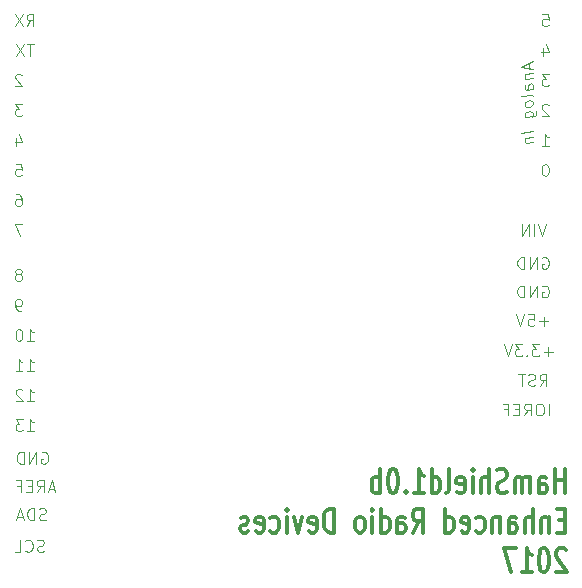
<source format=gbo>
G04 #@! TF.FileFunction,Legend,Bot*
%FSLAX46Y46*%
G04 Gerber Fmt 4.6, Leading zero omitted, Abs format (unit mm)*
G04 Created by KiCad (PCBNEW 4.0.6) date 10/15/17 15:06:52*
%MOMM*%
%LPD*%
G01*
G04 APERTURE LIST*
%ADD10C,0.150000*%
%ADD11C,0.304800*%
%ADD12C,0.125000*%
%ADD13C,1.950000*%
%ADD14R,1.977200X2.282000*%
%ADD15O,1.977200X2.282000*%
%ADD16R,1.950000X1.950000*%
%ADD17O,1.950000X1.950000*%
%ADD18C,2.129600*%
%ADD19C,3.750000*%
%ADD20R,2.250000X4.314000*%
G04 APERTURE END LIST*
D10*
D11*
X50637143Y14623562D02*
X50637143Y16655562D01*
X50637143Y15687943D02*
X49766286Y15687943D01*
X49766286Y14623562D02*
X49766286Y16655562D01*
X48387429Y14623562D02*
X48387429Y15687943D01*
X48460000Y15881467D01*
X48605143Y15978229D01*
X48895429Y15978229D01*
X49040572Y15881467D01*
X48387429Y14720324D02*
X48532572Y14623562D01*
X48895429Y14623562D01*
X49040572Y14720324D01*
X49113143Y14913848D01*
X49113143Y15107371D01*
X49040572Y15300895D01*
X48895429Y15397657D01*
X48532572Y15397657D01*
X48387429Y15494419D01*
X47661715Y14623562D02*
X47661715Y15978229D01*
X47661715Y15784705D02*
X47589143Y15881467D01*
X47444001Y15978229D01*
X47226286Y15978229D01*
X47081143Y15881467D01*
X47008572Y15687943D01*
X47008572Y14623562D01*
X47008572Y15687943D02*
X46936001Y15881467D01*
X46790858Y15978229D01*
X46573143Y15978229D01*
X46428001Y15881467D01*
X46355429Y15687943D01*
X46355429Y14623562D01*
X45702286Y14720324D02*
X45484572Y14623562D01*
X45121715Y14623562D01*
X44976572Y14720324D01*
X44904001Y14817086D01*
X44831429Y15010610D01*
X44831429Y15204133D01*
X44904001Y15397657D01*
X44976572Y15494419D01*
X45121715Y15591181D01*
X45412001Y15687943D01*
X45557143Y15784705D01*
X45629715Y15881467D01*
X45702286Y16074990D01*
X45702286Y16268514D01*
X45629715Y16462038D01*
X45557143Y16558800D01*
X45412001Y16655562D01*
X45049143Y16655562D01*
X44831429Y16558800D01*
X44178286Y14623562D02*
X44178286Y16655562D01*
X43525143Y14623562D02*
X43525143Y15687943D01*
X43597714Y15881467D01*
X43742857Y15978229D01*
X43960572Y15978229D01*
X44105714Y15881467D01*
X44178286Y15784705D01*
X42799429Y14623562D02*
X42799429Y15978229D01*
X42799429Y16655562D02*
X42872000Y16558800D01*
X42799429Y16462038D01*
X42726857Y16558800D01*
X42799429Y16655562D01*
X42799429Y16462038D01*
X41493143Y14720324D02*
X41638286Y14623562D01*
X41928572Y14623562D01*
X42073715Y14720324D01*
X42146286Y14913848D01*
X42146286Y15687943D01*
X42073715Y15881467D01*
X41928572Y15978229D01*
X41638286Y15978229D01*
X41493143Y15881467D01*
X41420572Y15687943D01*
X41420572Y15494419D01*
X42146286Y15300895D01*
X40549715Y14623562D02*
X40694857Y14720324D01*
X40767429Y14913848D01*
X40767429Y16655562D01*
X39316000Y14623562D02*
X39316000Y16655562D01*
X39316000Y14720324D02*
X39461143Y14623562D01*
X39751429Y14623562D01*
X39896571Y14720324D01*
X39969143Y14817086D01*
X40041714Y15010610D01*
X40041714Y15591181D01*
X39969143Y15784705D01*
X39896571Y15881467D01*
X39751429Y15978229D01*
X39461143Y15978229D01*
X39316000Y15881467D01*
X37792000Y14623562D02*
X38662857Y14623562D01*
X38227429Y14623562D02*
X38227429Y16655562D01*
X38372572Y16365276D01*
X38517714Y16171752D01*
X38662857Y16074990D01*
X37138857Y14817086D02*
X37066285Y14720324D01*
X37138857Y14623562D01*
X37211428Y14720324D01*
X37138857Y14817086D01*
X37138857Y14623562D01*
X36122857Y16655562D02*
X35977714Y16655562D01*
X35832571Y16558800D01*
X35760000Y16462038D01*
X35687429Y16268514D01*
X35614857Y15881467D01*
X35614857Y15397657D01*
X35687429Y15010610D01*
X35760000Y14817086D01*
X35832571Y14720324D01*
X35977714Y14623562D01*
X36122857Y14623562D01*
X36268000Y14720324D01*
X36340571Y14817086D01*
X36413143Y15010610D01*
X36485714Y15397657D01*
X36485714Y15881467D01*
X36413143Y16268514D01*
X36340571Y16462038D01*
X36268000Y16558800D01*
X36122857Y16655562D01*
X34961714Y14623562D02*
X34961714Y16655562D01*
X34961714Y15881467D02*
X34816571Y15978229D01*
X34526285Y15978229D01*
X34381142Y15881467D01*
X34308571Y15784705D01*
X34236000Y15591181D01*
X34236000Y15010610D01*
X34308571Y14817086D01*
X34381142Y14720324D01*
X34526285Y14623562D01*
X34816571Y14623562D01*
X34961714Y14720324D01*
X50637143Y12335143D02*
X50129143Y12335143D01*
X49911429Y11270762D02*
X50637143Y11270762D01*
X50637143Y13302762D01*
X49911429Y13302762D01*
X49258286Y12625429D02*
X49258286Y11270762D01*
X49258286Y12431905D02*
X49185714Y12528667D01*
X49040572Y12625429D01*
X48822857Y12625429D01*
X48677714Y12528667D01*
X48605143Y12335143D01*
X48605143Y11270762D01*
X47879429Y11270762D02*
X47879429Y13302762D01*
X47226286Y11270762D02*
X47226286Y12335143D01*
X47298857Y12528667D01*
X47444000Y12625429D01*
X47661715Y12625429D01*
X47806857Y12528667D01*
X47879429Y12431905D01*
X45847429Y11270762D02*
X45847429Y12335143D01*
X45920000Y12528667D01*
X46065143Y12625429D01*
X46355429Y12625429D01*
X46500572Y12528667D01*
X45847429Y11367524D02*
X45992572Y11270762D01*
X46355429Y11270762D01*
X46500572Y11367524D01*
X46573143Y11561048D01*
X46573143Y11754571D01*
X46500572Y11948095D01*
X46355429Y12044857D01*
X45992572Y12044857D01*
X45847429Y12141619D01*
X45121715Y12625429D02*
X45121715Y11270762D01*
X45121715Y12431905D02*
X45049143Y12528667D01*
X44904001Y12625429D01*
X44686286Y12625429D01*
X44541143Y12528667D01*
X44468572Y12335143D01*
X44468572Y11270762D01*
X43089715Y11367524D02*
X43234858Y11270762D01*
X43525144Y11270762D01*
X43670286Y11367524D01*
X43742858Y11464286D01*
X43815429Y11657810D01*
X43815429Y12238381D01*
X43742858Y12431905D01*
X43670286Y12528667D01*
X43525144Y12625429D01*
X43234858Y12625429D01*
X43089715Y12528667D01*
X41856000Y11367524D02*
X42001143Y11270762D01*
X42291429Y11270762D01*
X42436572Y11367524D01*
X42509143Y11561048D01*
X42509143Y12335143D01*
X42436572Y12528667D01*
X42291429Y12625429D01*
X42001143Y12625429D01*
X41856000Y12528667D01*
X41783429Y12335143D01*
X41783429Y12141619D01*
X42509143Y11948095D01*
X40477143Y11270762D02*
X40477143Y13302762D01*
X40477143Y11367524D02*
X40622286Y11270762D01*
X40912572Y11270762D01*
X41057714Y11367524D01*
X41130286Y11464286D01*
X41202857Y11657810D01*
X41202857Y12238381D01*
X41130286Y12431905D01*
X41057714Y12528667D01*
X40912572Y12625429D01*
X40622286Y12625429D01*
X40477143Y12528667D01*
X37719429Y11270762D02*
X38227429Y12238381D01*
X38590286Y11270762D02*
X38590286Y13302762D01*
X38009714Y13302762D01*
X37864572Y13206000D01*
X37792000Y13109238D01*
X37719429Y12915714D01*
X37719429Y12625429D01*
X37792000Y12431905D01*
X37864572Y12335143D01*
X38009714Y12238381D01*
X38590286Y12238381D01*
X36413143Y11270762D02*
X36413143Y12335143D01*
X36485714Y12528667D01*
X36630857Y12625429D01*
X36921143Y12625429D01*
X37066286Y12528667D01*
X36413143Y11367524D02*
X36558286Y11270762D01*
X36921143Y11270762D01*
X37066286Y11367524D01*
X37138857Y11561048D01*
X37138857Y11754571D01*
X37066286Y11948095D01*
X36921143Y12044857D01*
X36558286Y12044857D01*
X36413143Y12141619D01*
X35034286Y11270762D02*
X35034286Y13302762D01*
X35034286Y11367524D02*
X35179429Y11270762D01*
X35469715Y11270762D01*
X35614857Y11367524D01*
X35687429Y11464286D01*
X35760000Y11657810D01*
X35760000Y12238381D01*
X35687429Y12431905D01*
X35614857Y12528667D01*
X35469715Y12625429D01*
X35179429Y12625429D01*
X35034286Y12528667D01*
X34308572Y11270762D02*
X34308572Y12625429D01*
X34308572Y13302762D02*
X34381143Y13206000D01*
X34308572Y13109238D01*
X34236000Y13206000D01*
X34308572Y13302762D01*
X34308572Y13109238D01*
X33365144Y11270762D02*
X33510286Y11367524D01*
X33582858Y11464286D01*
X33655429Y11657810D01*
X33655429Y12238381D01*
X33582858Y12431905D01*
X33510286Y12528667D01*
X33365144Y12625429D01*
X33147429Y12625429D01*
X33002286Y12528667D01*
X32929715Y12431905D01*
X32857144Y12238381D01*
X32857144Y11657810D01*
X32929715Y11464286D01*
X33002286Y11367524D01*
X33147429Y11270762D01*
X33365144Y11270762D01*
X31042858Y11270762D02*
X31042858Y13302762D01*
X30680001Y13302762D01*
X30462286Y13206000D01*
X30317144Y13012476D01*
X30244572Y12818952D01*
X30172001Y12431905D01*
X30172001Y12141619D01*
X30244572Y11754571D01*
X30317144Y11561048D01*
X30462286Y11367524D01*
X30680001Y11270762D01*
X31042858Y11270762D01*
X28938286Y11367524D02*
X29083429Y11270762D01*
X29373715Y11270762D01*
X29518858Y11367524D01*
X29591429Y11561048D01*
X29591429Y12335143D01*
X29518858Y12528667D01*
X29373715Y12625429D01*
X29083429Y12625429D01*
X28938286Y12528667D01*
X28865715Y12335143D01*
X28865715Y12141619D01*
X29591429Y11948095D01*
X28357715Y12625429D02*
X27994858Y11270762D01*
X27632000Y12625429D01*
X27051429Y11270762D02*
X27051429Y12625429D01*
X27051429Y13302762D02*
X27124000Y13206000D01*
X27051429Y13109238D01*
X26978857Y13206000D01*
X27051429Y13302762D01*
X27051429Y13109238D01*
X25672572Y11367524D02*
X25817715Y11270762D01*
X26108001Y11270762D01*
X26253143Y11367524D01*
X26325715Y11464286D01*
X26398286Y11657810D01*
X26398286Y12238381D01*
X26325715Y12431905D01*
X26253143Y12528667D01*
X26108001Y12625429D01*
X25817715Y12625429D01*
X25672572Y12528667D01*
X24438857Y11367524D02*
X24584000Y11270762D01*
X24874286Y11270762D01*
X25019429Y11367524D01*
X25092000Y11561048D01*
X25092000Y12335143D01*
X25019429Y12528667D01*
X24874286Y12625429D01*
X24584000Y12625429D01*
X24438857Y12528667D01*
X24366286Y12335143D01*
X24366286Y12141619D01*
X25092000Y11948095D01*
X23785714Y11367524D02*
X23640571Y11270762D01*
X23350286Y11270762D01*
X23205143Y11367524D01*
X23132571Y11561048D01*
X23132571Y11657810D01*
X23205143Y11851333D01*
X23350286Y11948095D01*
X23568000Y11948095D01*
X23713143Y12044857D01*
X23785714Y12238381D01*
X23785714Y12335143D01*
X23713143Y12528667D01*
X23568000Y12625429D01*
X23350286Y12625429D01*
X23205143Y12528667D01*
X50709714Y9756438D02*
X50637143Y9853200D01*
X50492000Y9949962D01*
X50129143Y9949962D01*
X49984000Y9853200D01*
X49911429Y9756438D01*
X49838857Y9562914D01*
X49838857Y9369390D01*
X49911429Y9079105D01*
X50782286Y7917962D01*
X49838857Y7917962D01*
X48895428Y9949962D02*
X48750285Y9949962D01*
X48605142Y9853200D01*
X48532571Y9756438D01*
X48460000Y9562914D01*
X48387428Y9175867D01*
X48387428Y8692057D01*
X48460000Y8305010D01*
X48532571Y8111486D01*
X48605142Y8014724D01*
X48750285Y7917962D01*
X48895428Y7917962D01*
X49040571Y8014724D01*
X49113142Y8111486D01*
X49185714Y8305010D01*
X49258285Y8692057D01*
X49258285Y9175867D01*
X49185714Y9562914D01*
X49113142Y9756438D01*
X49040571Y9853200D01*
X48895428Y9949962D01*
X46935999Y7917962D02*
X47806856Y7917962D01*
X47371428Y7917962D02*
X47371428Y9949962D01*
X47516571Y9659676D01*
X47661713Y9466152D01*
X47806856Y9369390D01*
X46427999Y9949962D02*
X45411999Y9949962D01*
X46065142Y7917962D01*
D12*
X49234762Y21187619D02*
X49234762Y22187619D01*
X48568096Y22187619D02*
X48377619Y22187619D01*
X48282381Y22140000D01*
X48187143Y22044762D01*
X48139524Y21854286D01*
X48139524Y21520952D01*
X48187143Y21330476D01*
X48282381Y21235238D01*
X48377619Y21187619D01*
X48568096Y21187619D01*
X48663334Y21235238D01*
X48758572Y21330476D01*
X48806191Y21520952D01*
X48806191Y21854286D01*
X48758572Y22044762D01*
X48663334Y22140000D01*
X48568096Y22187619D01*
X47139524Y21187619D02*
X47472858Y21663810D01*
X47710953Y21187619D02*
X47710953Y22187619D01*
X47330000Y22187619D01*
X47234762Y22140000D01*
X47187143Y22092381D01*
X47139524Y21997143D01*
X47139524Y21854286D01*
X47187143Y21759048D01*
X47234762Y21711429D01*
X47330000Y21663810D01*
X47710953Y21663810D01*
X46710953Y21711429D02*
X46377619Y21711429D01*
X46234762Y21187619D02*
X46710953Y21187619D01*
X46710953Y22187619D01*
X46234762Y22187619D01*
X45472857Y21711429D02*
X45806191Y21711429D01*
X45806191Y21187619D02*
X45806191Y22187619D01*
X45330000Y22187619D01*
X6500476Y9695238D02*
X6357619Y9647619D01*
X6119523Y9647619D01*
X6024285Y9695238D01*
X5976666Y9742857D01*
X5929047Y9838095D01*
X5929047Y9933333D01*
X5976666Y10028571D01*
X6024285Y10076190D01*
X6119523Y10123810D01*
X6310000Y10171429D01*
X6405238Y10219048D01*
X6452857Y10266667D01*
X6500476Y10361905D01*
X6500476Y10457143D01*
X6452857Y10552381D01*
X6405238Y10600000D01*
X6310000Y10647619D01*
X6071904Y10647619D01*
X5929047Y10600000D01*
X4929047Y9742857D02*
X4976666Y9695238D01*
X5119523Y9647619D01*
X5214761Y9647619D01*
X5357619Y9695238D01*
X5452857Y9790476D01*
X5500476Y9885714D01*
X5548095Y10076190D01*
X5548095Y10219048D01*
X5500476Y10409524D01*
X5452857Y10504762D01*
X5357619Y10600000D01*
X5214761Y10647619D01*
X5119523Y10647619D01*
X4976666Y10600000D01*
X4929047Y10552381D01*
X4024285Y9647619D02*
X4500476Y9647619D01*
X4500476Y10647619D01*
X6664286Y12375238D02*
X6521429Y12327619D01*
X6283333Y12327619D01*
X6188095Y12375238D01*
X6140476Y12422857D01*
X6092857Y12518095D01*
X6092857Y12613333D01*
X6140476Y12708571D01*
X6188095Y12756190D01*
X6283333Y12803810D01*
X6473810Y12851429D01*
X6569048Y12899048D01*
X6616667Y12946667D01*
X6664286Y13041905D01*
X6664286Y13137143D01*
X6616667Y13232381D01*
X6569048Y13280000D01*
X6473810Y13327619D01*
X6235714Y13327619D01*
X6092857Y13280000D01*
X5664286Y12327619D02*
X5664286Y13327619D01*
X5426191Y13327619D01*
X5283333Y13280000D01*
X5188095Y13184762D01*
X5140476Y13089524D01*
X5092857Y12899048D01*
X5092857Y12756190D01*
X5140476Y12565714D01*
X5188095Y12470476D01*
X5283333Y12375238D01*
X5426191Y12327619D01*
X5664286Y12327619D01*
X4711905Y12613333D02*
X4235714Y12613333D01*
X4807143Y12327619D02*
X4473810Y13327619D01*
X4140476Y12327619D01*
X48683604Y32140000D02*
X48778842Y32187619D01*
X48921699Y32187619D01*
X49064557Y32140000D01*
X49159795Y32044762D01*
X49207414Y31949524D01*
X49255033Y31759048D01*
X49255033Y31616190D01*
X49207414Y31425714D01*
X49159795Y31330476D01*
X49064557Y31235238D01*
X48921699Y31187619D01*
X48826461Y31187619D01*
X48683604Y31235238D01*
X48635985Y31282857D01*
X48635985Y31616190D01*
X48826461Y31616190D01*
X48207414Y31187619D02*
X48207414Y32187619D01*
X47635985Y31187619D01*
X47635985Y32187619D01*
X47159795Y31187619D02*
X47159795Y32187619D01*
X46921700Y32187619D01*
X46778842Y32140000D01*
X46683604Y32044762D01*
X46635985Y31949524D01*
X46588366Y31759048D01*
X46588366Y31616190D01*
X46635985Y31425714D01*
X46683604Y31330476D01*
X46778842Y31235238D01*
X46921700Y31187619D01*
X47159795Y31187619D01*
X48683604Y34540000D02*
X48778842Y34587619D01*
X48921699Y34587619D01*
X49064557Y34540000D01*
X49159795Y34444762D01*
X49207414Y34349524D01*
X49255033Y34159048D01*
X49255033Y34016190D01*
X49207414Y33825714D01*
X49159795Y33730476D01*
X49064557Y33635238D01*
X48921699Y33587619D01*
X48826461Y33587619D01*
X48683604Y33635238D01*
X48635985Y33682857D01*
X48635985Y34016190D01*
X48826461Y34016190D01*
X48207414Y33587619D02*
X48207414Y34587619D01*
X47635985Y33587619D01*
X47635985Y34587619D01*
X47159795Y33587619D02*
X47159795Y34587619D01*
X46921700Y34587619D01*
X46778842Y34540000D01*
X46683604Y34444762D01*
X46635985Y34349524D01*
X46588366Y34159048D01*
X46588366Y34016190D01*
X46635985Y33825714D01*
X46683604Y33730476D01*
X46778842Y33635238D01*
X46921700Y33587619D01*
X47159795Y33587619D01*
X49207414Y29148571D02*
X48445509Y29148571D01*
X48826461Y28767619D02*
X48826461Y29529524D01*
X47493128Y29767619D02*
X47969319Y29767619D01*
X48016938Y29291429D01*
X47969319Y29339048D01*
X47874081Y29386667D01*
X47635985Y29386667D01*
X47540747Y29339048D01*
X47493128Y29291429D01*
X47445509Y29196190D01*
X47445509Y28958095D01*
X47493128Y28862857D01*
X47540747Y28815238D01*
X47635985Y28767619D01*
X47874081Y28767619D01*
X47969319Y28815238D01*
X48016938Y28862857D01*
X47159795Y29767619D02*
X46826462Y28767619D01*
X46493128Y29767619D01*
X48469319Y23687619D02*
X48802653Y24163810D01*
X49040748Y23687619D02*
X49040748Y24687619D01*
X48659795Y24687619D01*
X48564557Y24640000D01*
X48516938Y24592381D01*
X48469319Y24497143D01*
X48469319Y24354286D01*
X48516938Y24259048D01*
X48564557Y24211429D01*
X48659795Y24163810D01*
X49040748Y24163810D01*
X48088367Y23735238D02*
X47945510Y23687619D01*
X47707414Y23687619D01*
X47612176Y23735238D01*
X47564557Y23782857D01*
X47516938Y23878095D01*
X47516938Y23973333D01*
X47564557Y24068571D01*
X47612176Y24116190D01*
X47707414Y24163810D01*
X47897891Y24211429D01*
X47993129Y24259048D01*
X48040748Y24306667D01*
X48088367Y24401905D01*
X48088367Y24497143D01*
X48040748Y24592381D01*
X47993129Y24640000D01*
X47897891Y24687619D01*
X47659795Y24687619D01*
X47516938Y24640000D01*
X47231224Y24687619D02*
X46659795Y24687619D01*
X46945510Y23687619D02*
X46945510Y24687619D01*
X49016938Y37387619D02*
X48683605Y36387619D01*
X48350271Y37387619D01*
X48016938Y36387619D02*
X48016938Y37387619D01*
X47540748Y36387619D02*
X47540748Y37387619D01*
X46969319Y36387619D01*
X46969319Y37387619D01*
X49570000Y26588571D02*
X48808095Y26588571D01*
X49189047Y26207619D02*
X49189047Y26969524D01*
X48427143Y27207619D02*
X47808095Y27207619D01*
X48141429Y26826667D01*
X47998571Y26826667D01*
X47903333Y26779048D01*
X47855714Y26731429D01*
X47808095Y26636190D01*
X47808095Y26398095D01*
X47855714Y26302857D01*
X47903333Y26255238D01*
X47998571Y26207619D01*
X48284286Y26207619D01*
X48379524Y26255238D01*
X48427143Y26302857D01*
X47379524Y26302857D02*
X47331905Y26255238D01*
X47379524Y26207619D01*
X47427143Y26255238D01*
X47379524Y26302857D01*
X47379524Y26207619D01*
X46998572Y27207619D02*
X46379524Y27207619D01*
X46712858Y26826667D01*
X46570000Y26826667D01*
X46474762Y26779048D01*
X46427143Y26731429D01*
X46379524Y26636190D01*
X46379524Y26398095D01*
X46427143Y26302857D01*
X46474762Y26255238D01*
X46570000Y26207619D01*
X46855715Y26207619D01*
X46950953Y26255238D01*
X46998572Y26302857D01*
X46093810Y27207619D02*
X45760477Y26207619D01*
X45427143Y27207619D01*
X48985319Y42467619D02*
X48890080Y42467619D01*
X48794842Y42420000D01*
X48747223Y42372381D01*
X48699604Y42277143D01*
X48651985Y42086667D01*
X48651985Y41848571D01*
X48699604Y41658095D01*
X48747223Y41562857D01*
X48794842Y41515238D01*
X48890080Y41467619D01*
X48985319Y41467619D01*
X49080557Y41515238D01*
X49128176Y41562857D01*
X49175795Y41658095D01*
X49223414Y41848571D01*
X49223414Y42086667D01*
X49175795Y42277143D01*
X49128176Y42372381D01*
X49080557Y42420000D01*
X48985319Y42467619D01*
X48651985Y44007619D02*
X49223414Y44007619D01*
X48937700Y44007619D02*
X48937700Y45007619D01*
X49032938Y44864762D01*
X49128176Y44769524D01*
X49223414Y44721905D01*
X49223414Y47452381D02*
X49175795Y47500000D01*
X49080557Y47547619D01*
X48842461Y47547619D01*
X48747223Y47500000D01*
X48699604Y47452381D01*
X48651985Y47357143D01*
X48651985Y47261905D01*
X48699604Y47119048D01*
X49271033Y46547619D01*
X48651985Y46547619D01*
X49271033Y50087619D02*
X48651985Y50087619D01*
X48985319Y49706667D01*
X48842461Y49706667D01*
X48747223Y49659048D01*
X48699604Y49611429D01*
X48651985Y49516190D01*
X48651985Y49278095D01*
X48699604Y49182857D01*
X48747223Y49135238D01*
X48842461Y49087619D01*
X49128176Y49087619D01*
X49223414Y49135238D01*
X49271033Y49182857D01*
X48747223Y52294286D02*
X48747223Y51627619D01*
X48985319Y52675238D02*
X49223414Y51960952D01*
X48604366Y51960952D01*
X48699604Y55167619D02*
X49175795Y55167619D01*
X49223414Y54691429D01*
X49175795Y54739048D01*
X49080557Y54786667D01*
X48842461Y54786667D01*
X48747223Y54739048D01*
X48699604Y54691429D01*
X48651985Y54596190D01*
X48651985Y54358095D01*
X48699604Y54262857D01*
X48747223Y54215238D01*
X48842461Y54167619D01*
X49080557Y54167619D01*
X49175795Y54215238D01*
X49223414Y54262857D01*
X47580367Y51036786D02*
X47580367Y50560595D01*
X47866081Y51167739D02*
X46866081Y50709406D01*
X47866081Y50501072D01*
X47199414Y50084405D02*
X47866081Y50167739D01*
X47294652Y50096310D02*
X47247033Y50042739D01*
X47199414Y49941548D01*
X47199414Y49798690D01*
X47247033Y49709405D01*
X47342271Y49673690D01*
X47866081Y49739167D01*
X47866081Y48834405D02*
X47342271Y48768928D01*
X47247033Y48804643D01*
X47199414Y48893928D01*
X47199414Y49084405D01*
X47247033Y49185596D01*
X47818462Y48828452D02*
X47866081Y48929643D01*
X47866081Y49167739D01*
X47818462Y49257024D01*
X47723224Y49292738D01*
X47627986Y49280834D01*
X47532748Y49221310D01*
X47485129Y49120120D01*
X47485129Y48882024D01*
X47437510Y48780833D01*
X47866081Y48215358D02*
X47818462Y48304643D01*
X47723224Y48340357D01*
X46866081Y48233215D01*
X47866081Y47691548D02*
X47818462Y47780833D01*
X47770843Y47822500D01*
X47675605Y47858214D01*
X47389890Y47822500D01*
X47294652Y47762976D01*
X47247033Y47709405D01*
X47199414Y47608214D01*
X47199414Y47465356D01*
X47247033Y47376071D01*
X47294652Y47334404D01*
X47389890Y47298690D01*
X47675605Y47334404D01*
X47770843Y47393928D01*
X47818462Y47447499D01*
X47866081Y47548690D01*
X47866081Y47691548D01*
X47199414Y46417737D02*
X48008938Y46518928D01*
X48104176Y46578452D01*
X48151795Y46632023D01*
X48199414Y46733214D01*
X48199414Y46876071D01*
X48151795Y46965357D01*
X47818462Y46495118D02*
X47866081Y46596309D01*
X47866081Y46786786D01*
X47818462Y46876071D01*
X47770843Y46917738D01*
X47675605Y46953452D01*
X47389890Y46917738D01*
X47294652Y46858214D01*
X47247033Y46804643D01*
X47199414Y46703452D01*
X47199414Y46512975D01*
X47247033Y46423690D01*
X47866081Y45262976D02*
X46866081Y45137976D01*
X47199414Y44703452D02*
X47866081Y44786786D01*
X47294652Y44715357D02*
X47247033Y44661786D01*
X47199414Y44560595D01*
X47199414Y44417737D01*
X47247033Y44328452D01*
X47342271Y44292737D01*
X47866081Y44358214D01*
X6291904Y18060000D02*
X6387142Y18107619D01*
X6529999Y18107619D01*
X6672857Y18060000D01*
X6768095Y17964762D01*
X6815714Y17869524D01*
X6863333Y17679048D01*
X6863333Y17536190D01*
X6815714Y17345714D01*
X6768095Y17250476D01*
X6672857Y17155238D01*
X6529999Y17107619D01*
X6434761Y17107619D01*
X6291904Y17155238D01*
X6244285Y17202857D01*
X6244285Y17536190D01*
X6434761Y17536190D01*
X5815714Y17107619D02*
X5815714Y18107619D01*
X5244285Y17107619D01*
X5244285Y18107619D01*
X4768095Y17107619D02*
X4768095Y18107619D01*
X4530000Y18107619D01*
X4387142Y18060000D01*
X4291904Y17964762D01*
X4244285Y17869524D01*
X4196666Y17679048D01*
X4196666Y17536190D01*
X4244285Y17345714D01*
X4291904Y17250476D01*
X4387142Y17155238D01*
X4530000Y17107619D01*
X4768095Y17107619D01*
X5046476Y19877619D02*
X5617905Y19877619D01*
X5332191Y19877619D02*
X5332191Y20877619D01*
X5427429Y20734762D01*
X5522667Y20639524D01*
X5617905Y20591905D01*
X4713143Y20877619D02*
X4094095Y20877619D01*
X4427429Y20496667D01*
X4284571Y20496667D01*
X4189333Y20449048D01*
X4141714Y20401429D01*
X4094095Y20306190D01*
X4094095Y20068095D01*
X4141714Y19972857D01*
X4189333Y19925238D01*
X4284571Y19877619D01*
X4570286Y19877619D01*
X4665524Y19925238D01*
X4713143Y19972857D01*
X5046476Y22417619D02*
X5617905Y22417619D01*
X5332191Y22417619D02*
X5332191Y23417619D01*
X5427429Y23274762D01*
X5522667Y23179524D01*
X5617905Y23131905D01*
X4665524Y23322381D02*
X4617905Y23370000D01*
X4522667Y23417619D01*
X4284571Y23417619D01*
X4189333Y23370000D01*
X4141714Y23322381D01*
X4094095Y23227143D01*
X4094095Y23131905D01*
X4141714Y22989048D01*
X4713143Y22417619D01*
X4094095Y22417619D01*
X5046476Y24957619D02*
X5617905Y24957619D01*
X5332191Y24957619D02*
X5332191Y25957619D01*
X5427429Y25814762D01*
X5522667Y25719524D01*
X5617905Y25671905D01*
X4094095Y24957619D02*
X4665524Y24957619D01*
X4379810Y24957619D02*
X4379810Y25957619D01*
X4475048Y25814762D01*
X4570286Y25719524D01*
X4665524Y25671905D01*
X7379048Y14993333D02*
X6902857Y14993333D01*
X7474286Y14707619D02*
X7140953Y15707619D01*
X6807619Y14707619D01*
X5902857Y14707619D02*
X6236191Y15183810D01*
X6474286Y14707619D02*
X6474286Y15707619D01*
X6093333Y15707619D01*
X5998095Y15660000D01*
X5950476Y15612381D01*
X5902857Y15517143D01*
X5902857Y15374286D01*
X5950476Y15279048D01*
X5998095Y15231429D01*
X6093333Y15183810D01*
X6474286Y15183810D01*
X5474286Y15231429D02*
X5140952Y15231429D01*
X4998095Y14707619D02*
X5474286Y14707619D01*
X5474286Y15707619D01*
X4998095Y15707619D01*
X4236190Y15231429D02*
X4569524Y15231429D01*
X4569524Y14707619D02*
X4569524Y15707619D01*
X4093333Y15707619D01*
X5046476Y27497619D02*
X5617905Y27497619D01*
X5332191Y27497619D02*
X5332191Y28497619D01*
X5427429Y28354762D01*
X5522667Y28259524D01*
X5617905Y28211905D01*
X4427429Y28497619D02*
X4332190Y28497619D01*
X4236952Y28450000D01*
X4189333Y28402381D01*
X4141714Y28307143D01*
X4094095Y28116667D01*
X4094095Y27878571D01*
X4141714Y27688095D01*
X4189333Y27592857D01*
X4236952Y27545238D01*
X4332190Y27497619D01*
X4427429Y27497619D01*
X4522667Y27545238D01*
X4570286Y27592857D01*
X4617905Y27688095D01*
X4665524Y27878571D01*
X4665524Y28116667D01*
X4617905Y28307143D01*
X4570286Y28402381D01*
X4522667Y28450000D01*
X4427429Y28497619D01*
X4538476Y30037619D02*
X4348000Y30037619D01*
X4252761Y30085238D01*
X4205142Y30132857D01*
X4109904Y30275714D01*
X4062285Y30466190D01*
X4062285Y30847143D01*
X4109904Y30942381D01*
X4157523Y30990000D01*
X4252761Y31037619D01*
X4443238Y31037619D01*
X4538476Y30990000D01*
X4586095Y30942381D01*
X4633714Y30847143D01*
X4633714Y30609048D01*
X4586095Y30513810D01*
X4538476Y30466190D01*
X4443238Y30418571D01*
X4252761Y30418571D01*
X4157523Y30466190D01*
X4109904Y30513810D01*
X4062285Y30609048D01*
X4443238Y33149048D02*
X4538476Y33196667D01*
X4586095Y33244286D01*
X4633714Y33339524D01*
X4633714Y33387143D01*
X4586095Y33482381D01*
X4538476Y33530000D01*
X4443238Y33577619D01*
X4252761Y33577619D01*
X4157523Y33530000D01*
X4109904Y33482381D01*
X4062285Y33387143D01*
X4062285Y33339524D01*
X4109904Y33244286D01*
X4157523Y33196667D01*
X4252761Y33149048D01*
X4443238Y33149048D01*
X4538476Y33101429D01*
X4586095Y33053810D01*
X4633714Y32958571D01*
X4633714Y32768095D01*
X4586095Y32672857D01*
X4538476Y32625238D01*
X4443238Y32577619D01*
X4252761Y32577619D01*
X4157523Y32625238D01*
X4109904Y32672857D01*
X4062285Y32768095D01*
X4062285Y32958571D01*
X4109904Y33053810D01*
X4157523Y33101429D01*
X4252761Y33149048D01*
X4681333Y37387619D02*
X4014666Y37387619D01*
X4443238Y36387619D01*
X4157523Y39927619D02*
X4348000Y39927619D01*
X4443238Y39880000D01*
X4490857Y39832381D01*
X4586095Y39689524D01*
X4633714Y39499048D01*
X4633714Y39118095D01*
X4586095Y39022857D01*
X4538476Y38975238D01*
X4443238Y38927619D01*
X4252761Y38927619D01*
X4157523Y38975238D01*
X4109904Y39022857D01*
X4062285Y39118095D01*
X4062285Y39356190D01*
X4109904Y39451429D01*
X4157523Y39499048D01*
X4252761Y39546667D01*
X4443238Y39546667D01*
X4538476Y39499048D01*
X4586095Y39451429D01*
X4633714Y39356190D01*
X4109904Y42467619D02*
X4586095Y42467619D01*
X4633714Y41991429D01*
X4586095Y42039048D01*
X4490857Y42086667D01*
X4252761Y42086667D01*
X4157523Y42039048D01*
X4109904Y41991429D01*
X4062285Y41896190D01*
X4062285Y41658095D01*
X4109904Y41562857D01*
X4157523Y41515238D01*
X4252761Y41467619D01*
X4490857Y41467619D01*
X4586095Y41515238D01*
X4633714Y41562857D01*
X4157523Y44674286D02*
X4157523Y44007619D01*
X4395619Y45055238D02*
X4633714Y44340952D01*
X4014666Y44340952D01*
X4681333Y47547619D02*
X4062285Y47547619D01*
X4395619Y47166667D01*
X4252761Y47166667D01*
X4157523Y47119048D01*
X4109904Y47071429D01*
X4062285Y46976190D01*
X4062285Y46738095D01*
X4109904Y46642857D01*
X4157523Y46595238D01*
X4252761Y46547619D01*
X4538476Y46547619D01*
X4633714Y46595238D01*
X4681333Y46642857D01*
X4633714Y49992381D02*
X4586095Y50040000D01*
X4490857Y50087619D01*
X4252761Y50087619D01*
X4157523Y50040000D01*
X4109904Y49992381D01*
X4062285Y49897143D01*
X4062285Y49801905D01*
X4109904Y49659048D01*
X4681333Y49087619D01*
X4062285Y49087619D01*
X5617905Y52627619D02*
X5046476Y52627619D01*
X5332191Y51627619D02*
X5332191Y52627619D01*
X4808381Y52627619D02*
X4141714Y51627619D01*
X4141714Y52627619D02*
X4808381Y51627619D01*
X5022666Y54167619D02*
X5356000Y54643810D01*
X5594095Y54167619D02*
X5594095Y55167619D01*
X5213142Y55167619D01*
X5117904Y55120000D01*
X5070285Y55072381D01*
X5022666Y54977143D01*
X5022666Y54834286D01*
X5070285Y54739048D01*
X5117904Y54691429D01*
X5213142Y54643810D01*
X5594095Y54643810D01*
X4689333Y55167619D02*
X4022666Y54167619D01*
X4022666Y55167619D02*
X4689333Y54167619D01*
%LPC*%
D13*
X43200000Y-3220000D03*
X43200000Y3780000D03*
D14*
X25480000Y1780000D03*
D15*
X22940000Y1780000D03*
X20400000Y1780000D03*
X17860000Y1780000D03*
X15320000Y1780000D03*
X12780000Y1780000D03*
X10240000Y1780000D03*
X7700000Y1780000D03*
X5160000Y1780000D03*
X2620000Y1780000D03*
D16*
X35470000Y4165000D03*
D17*
X35470000Y1625000D03*
X35470000Y-915000D03*
X35470000Y-3455000D03*
D18*
X50830000Y26680000D03*
X50830000Y29220000D03*
X50830000Y41920000D03*
X50830000Y44460000D03*
X50830000Y47000000D03*
X50830000Y49540000D03*
X50830000Y52080000D03*
X50830000Y54620000D03*
X2570000Y15250000D03*
X2570000Y49540000D03*
X2570000Y47000000D03*
X2570000Y44460000D03*
X2570000Y41920000D03*
X2570000Y39380000D03*
X2570000Y36840000D03*
X2570000Y33030000D03*
X2570000Y30490000D03*
X2570000Y27950000D03*
X2570000Y25410000D03*
X2570000Y22870000D03*
X2570000Y20330000D03*
X50830000Y31760000D03*
X50830000Y34300000D03*
X2570000Y17790000D03*
X50830000Y24140000D03*
X2570000Y54620000D03*
X2570000Y52080000D03*
X50830000Y36840000D03*
D19*
X2570000Y6360000D03*
X45755000Y57165000D03*
X17815000Y57160000D03*
X50830000Y5095000D03*
D18*
X2570000Y12710000D03*
X2570000Y10170000D03*
X50830000Y21600000D03*
X50830000Y19060000D03*
D20*
X8838000Y57240000D03*
X14362000Y57240000D03*
M02*

</source>
